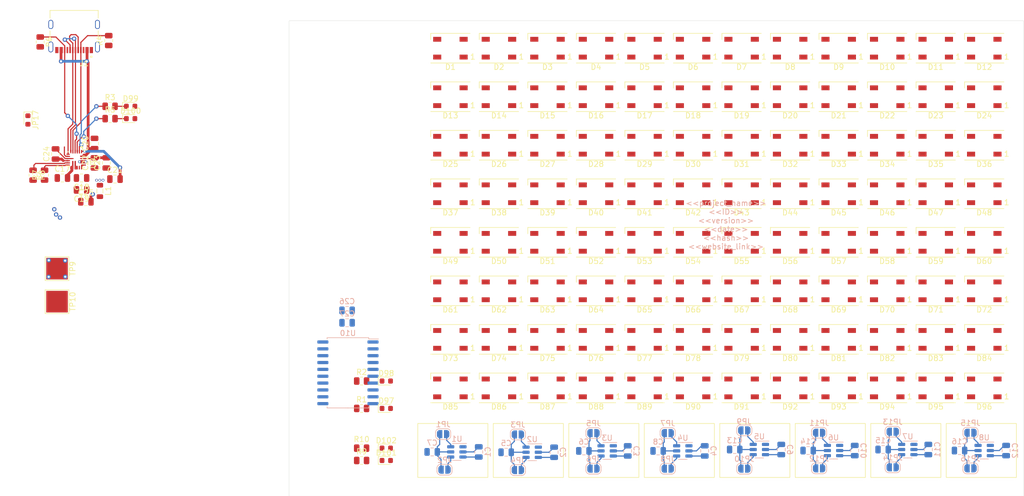
<source format=kicad_pcb>
(kicad_pcb (version 20211014) (generator pcbnew)
  (title_block (title "<<ID>>_<<project_name>>") (date "<<date>>") (rev "<<version>>") (comment 4 "<<hash>>"))
  (layers (0 "F.Cu" signal) (31 "B.Cu" signal) (34 "B.Paste" user) (35 "F.Paste" user) (36 "B.SilkS" user "B.Silkscreen") (37 "F.SilkS" user "F.Silkscreen") (38 "B.Mask" user) (39 "F.Mask" user) (44 "Edge.Cuts" user))
  (net 0 "")
  (net 1 "touch_point_3")
  (net 2 "GND")
  (net 3 "touch_point_4")
  (net 4 "touch_point_1")
  (net 5 "touch_point_2")
  (net 6 "VCC")
  (net 7 "touch_point_7")
  (net 8 "touch_point_8")
  (net 9 "touch_point_5")
  (net 10 "touch_point_6")
  (net 11 "+5V")
  (net 12 "in")
  (net 13 "VBUS")
  (net 14 "CC1")
  (net 15 "D+")
  (net 16 "D-")
  (net 18 "CC2")
  (net 21 "Net-(JP1-Pad1)")
  (net 22 "Net-(JP2-Pad1)")
  (net 23 "Net-(JP3-Pad1)")
  (net 24 "Net-(JP4-Pad1)")
  (net 25 "Net-(JP5-Pad1)")
  (net 26 "Net-(JP6-Pad1)")
  (net 27 "Net-(JP7-Pad1)")
  (net 28 "Net-(JP8-Pad1)")
  (net 29 "Net-(JP10-Pad1)")
  (net 30 "Net-(JP11-Pad1)")
  (net 31 "Net-(JP12-Pad1)")
  (net 32 "Net-(JP13-Pad1)")
  (net 33 "Net-(JP14-Pad1)")
  (net 34 "Net-(JP15-Pad1)")
  (net 35 "Net-(JP16-Pad1)")
  (net 36 "Net-(JP17-Pad1)")
  (net 37 "Net-(R5-Pad1)")
  (net 38 "Net-(D99-Pad1)")
  (net 39 "Net-(D100-Pad1)")
  (net 40 "Net-(D101-Pad1)")
  (net 41 "Net-(D102-Pad1)")
  (net 42 "touch_state_3")
  (net 43 "touch_state_4")
  (net 44 "touch_state_1")
  (net 45 "touch_state_2")
  (net 46 "touch_state_7")
  (net 47 "touch_state_8")
  (net 48 "touch_state_5")
  (net 49 "touch_state_6")
  (net 54 "UPDI")
  (net 57 "LX")
  (net 58 "BST")
  (net 59 "BYP")
  (net 60 "VDD")
  (net 61 "PVL")
  (net 62 "Net-(D1-Pad2)")
  (net 63 "Net-(D97-Pad1)")
  (net 64 "Net-(D98-Pad1)")
  (net 65 "Net-(JP9-Pad1)")
  (net 66 "Net-(R3-Pad1)")
  (net 67 "Net-(R7-Pad2)")
  (net 68 "Net-(R8-Pad1)")
  (net 69 "Net-(R9-Pad1)")
  (net 70 "Net-(R10-Pad1)")
  (net 71 "Net-(D2-Pad2)")
  (net 72 "Net-(D3-Pad2)")
  (net 73 "Net-(D4-Pad2)")
  (net 74 "Net-(D5-Pad2)")
  (net 75 "Net-(D6-Pad2)")
  (net 76 "Net-(D7-Pad2)")
  (net 77 "Net-(D8-Pad2)")
  (net 78 "Net-(D10-Pad4)")
  (net 79 "Net-(D10-Pad2)")
  (net 80 "Net-(D11-Pad2)")
  (net 81 "1out")
  (net 82 "Net-(D13-Pad2)")
  (net 83 "Net-(D14-Pad2)")
  (net 84 "Net-(D15-Pad2)")
  (net 85 "Net-(D16-Pad2)")
  (net 86 "Net-(D17-Pad2)")
  (net 87 "Net-(D18-Pad2)")
  (net 88 "Net-(D19-Pad2)")
  (net 89 "Net-(D20-Pad2)")
  (net 90 "Net-(D21-Pad2)")
  (net 91 "Net-(D22-Pad2)")
  (net 92 "Net-(D23-Pad2)")
  (net 93 "2out")
  (net 94 "Net-(D25-Pad2)")
  (net 95 "Net-(D26-Pad2)")
  (net 96 "Net-(D27-Pad2)")
  (net 97 "Net-(D28-Pad2)")
  (net 98 "Net-(D29-Pad2)")
  (net 99 "Net-(D30-Pad2)")
  (net 100 "Net-(D31-Pad2)")
  (net 101 "Net-(D32-Pad2)")
  (net 102 "Net-(D33-Pad2)")
  (net 103 "Net-(D34-Pad2)")
  (net 104 "Net-(D35-Pad2)")
  (net 105 "3out")
  (net 106 "Net-(D37-Pad2)")
  (net 107 "Net-(D38-Pad2)")
  (net 108 "Net-(D39-Pad2)")
  (net 109 "Net-(D40-Pad2)")
  (net 110 "Net-(D41-Pad2)")
  (net 111 "Net-(D42-Pad2)")
  (net 112 "Net-(D43-Pad2)")
  (net 113 "Net-(D44-Pad2)")
  (net 114 "Net-(D45-Pad2)")
  (net 115 "Net-(D46-Pad2)")
  (net 116 "Net-(D47-Pad2)")
  (net 117 "4out")
  (net 118 "Net-(D49-Pad2)")
  (net 119 "Net-(D50-Pad2)")
  (net 120 "Net-(D51-Pad2)")
  (net 121 "Net-(D52-Pad2)")
  (net 122 "Net-(D53-Pad2)")
  (net 123 "Net-(D54-Pad2)")
  (net 124 "Net-(D55-Pad2)")
  (net 125 "Net-(D56-Pad2)")
  (net 126 "Net-(D57-Pad2)")
  (net 127 "Net-(D58-Pad2)")
  (net 128 "Net-(D59-Pad2)")
  (net 129 "5out")
  (net 130 "Net-(D61-Pad2)")
  (net 131 "Net-(D62-Pad2)")
  (net 132 "Net-(D63-Pad2)")
  (net 133 "Net-(D64-Pad2)")
  (net 134 "Net-(D65-Pad2)")
  (net 135 "Net-(D66-Pad2)")
  (net 136 "Net-(D67-Pad2)")
  (net 137 "Net-(D68-Pad2)")
  (net 138 "Net-(D69-Pad2)")
  (net 139 "Net-(D70-Pad2)")
  (net 140 "Net-(D71-Pad2)")
  (net 141 "6out")
  (net 142 "Net-(D73-Pad2)")
  (net 143 "Net-(D74-Pad2)")
  (net 144 "Net-(D75-Pad2)")
  (net 145 "Net-(D76-Pad2)")
  (net 146 "Net-(D77-Pad2)")
  (net 147 "Net-(D78-Pad2)")
  (net 148 "Net-(D79-Pad2)")
  (net 149 "Net-(D80-Pad2)")
  (net 150 "Net-(D81-Pad2)")
  (net 151 "Net-(D82-Pad2)")
  (net 152 "Net-(D83-Pad2)")
  (net 153 "7out")
  (net 154 "Net-(D85-Pad2)")
  (net 155 "Net-(D86-Pad2)")
  (net 156 "Net-(D87-Pad2)")
  (net 157 "Net-(D88-Pad2)")
  (net 158 "Net-(D89-Pad2)")
  (net 159 "Net-(D90-Pad2)")
  (net 160 "Net-(D91-Pad2)")
  (net 161 "Net-(D92-Pad2)")
  (net 162 "Net-(D93-Pad2)")
  (net 163 "Net-(D94-Pad2)")
  (net 164 "Net-(D95-Pad2)")
  (net 166 "BAT")
  (footprint "LED_SMD:LED_WS2812B_PLCC4_5.0x5.0mm_P3.2mm" (layer "F.Cu") (at 184.4 66.4 180)
    (fp_text reference "D18")
    (fp_text value "WS2812B")
  )
  (footprint "LED_SMD:LED_WS2812B_PLCC4_5.0x5.0mm_P3.2mm" (layer "F.Cu") (at 175.4 111.4 180)
    (fp_text reference "D77")
    (fp_text value "WS2812B")
  )
  (footprint "LED_SMD:LED_WS2812B_PLCC4_5.0x5.0mm_P3.2mm" (layer "F.Cu") (at 157.4 120.4 180)
    (fp_text reference "D87")
    (fp_text value "WS2812B")
  )
  (footprint "LED_SMD:LED_WS2812B_PLCC4_5.0x5.0mm_P3.2mm" (layer "F.Cu") (at 202.4 120.4 180)
    (fp_text reference "D92")
    (fp_text value "WS2812B")
  )
  (footprint "Resistor_SMD:R_0805_2012Metric" (layer "F.Cu") (at 76.292 70.464)
    (fp_text reference "R5")
    (fp_text value "1k")
  )
  (footprint "LED_SMD:LED_WS2812B_PLCC4_5.0x5.0mm_P3.2mm" (layer "F.Cu") (at 139.4 57.4 180)
    (fp_text reference "D1")
    (fp_text value "WS2812B")
  )
  (footprint "LED_SMD:LED_WS2812B_PLCC4_5.0x5.0mm_P3.2mm" (layer "F.Cu") (at 166.4 120.4 180)
    (fp_text reference "D88")
    (fp_text value "WS2812B")
  )
  (footprint "LED_SMD:LED_WS2812B_PLCC4_5.0x5.0mm_P3.2mm" (layer "F.Cu") (at 238.4 111.4 180)
    (fp_text reference "D84")
    (fp_text value "WS2812B")
  )
  (footprint "LED_SMD:LED_WS2812B_PLCC4_5.0x5.0mm_P3.2mm" (layer "F.Cu") (at 193.4 111.4 180)
    (fp_text reference "D79")
    (fp_text value "WS2812B")
  )
  (footprint "LED_SMD:LED_WS2812B_PLCC4_5.0x5.0mm_P3.2mm" (layer "F.Cu") (at 238.4 84.4 180)
    (fp_text reference "D48")
    (fp_text value "WS2812B")
  )
  (footprint "LED_SMD:LED_WS2812B_PLCC4_5.0x5.0mm_P3.2mm" (layer "F.Cu") (at 211.4 120.4 180)
    (fp_text reference "D93")
    (fp_text value "WS2812B")
  )
  (footprint "Capacitor_SMD:C_0805_2012Metric" (layer "F.Cu") (at 67.45 81.472)
    (fp_text reference "C17")
    (fp_text value "10uF")
  )
  (footprint "LED_SMD:LED_WS2812B_PLCC4_5.0x5.0mm_P3.2mm" (layer "F.Cu") (at 139.4 66.4 180)
    (fp_text reference "D13")
    (fp_text value "WS2812B")
  )
  (footprint "LED_SMD:LED_WS2812B_PLCC4_5.0x5.0mm_P3.2mm" (layer "F.Cu") (at 202.4 75.4 180)
    (fp_text reference "D32")
    (fp_text value "WS2812B")
  )
  (footprint "LED_SMD:LED_WS2812B_PLCC4_5.0x5.0mm_P3.2mm" (layer "F.Cu") (at 166.4 57.4 180)
    (fp_text reference "D4")
    (fp_text value "WS2812B")
  )
  (footprint "LED_SMD:LED_WS2812B_PLCC4_5.0x5.0mm_P3.2mm" (layer "F.Cu") (at 157.4 102.4 180)
    (fp_text reference "D63")
    (fp_text value "WS2812B")
  )
  (footprint "Resistor_SMD:R_0805_2012Metric" (layer "F.Cu") (at 62.01 80.952 -90)
    (fp_text reference "R8")
    (fp_text value "13.3k")
  )
  (footprint "LED_SMD:LED_WS2812B_PLCC4_5.0x5.0mm_P3.2mm" (layer "F.Cu") (at 139.4 84.4 180)
    (fp_text reference "D37")
    (fp_text value "WS2812B")
  )
  (footprint "LED_SMD:LED_WS2812B_PLCC4_5.0x5.0mm_P3.2mm" (layer "F.Cu") (at 220.4 120.4 180)
    (fp_text reference "D94")
    (fp_text value "WS2812B")
  )
  (footprint "Resistor_SMD:R_0805_2012Metric" (layer "F.Cu") (at 122.936 124.206)
    (fp_text reference "R1")
    (fp_text value "1k")
  )
  (footprint "LED_SMD:LED_WS2812B_PLCC4_5.0x5.0mm_P3.2mm" (layer "F.Cu") (at 175.4 57.4 180)
    (fp_text reference "D5")
    (fp_text value "WS2812B")
  )
  (footprint "LED_SMD:LED_WS2812B_PLCC4_5.0x5.0mm_P3.2mm" (layer "F.Cu") (at 175.4 84.4 180)
    (fp_text reference "D41")
    (fp_text value "WS2812B")
  )
  (footprint "LED_SMD:LED_WS2812B_PLCC4_5.0x5.0mm_P3.2mm" (layer "F.Cu") (at 148.4 93.4 180)
    (fp_text reference "D50")
    (fp_text value "WS2812B")
  )
  (footprint "LED_SMD:LED_0603_1608Metric" (layer "F.Cu") (at 80.102 70.464)
    (fp_text reference "D100")
    (fp_text value "STAT")
  )
  (footprint "LED_SMD:LED_WS2812B_PLCC4_5.0x5.0mm_P3.2mm" (layer "F.Cu") (at 220.4 66.4 180)
    (fp_text reference "D22")
    (fp_text value "WS2812B")
  )
  (footprint "Capacitor_SMD:C_0805_2012Metric" (layer "F.Cu") (at 73.4 75.072 90)
    (fp_text reference "C20")
    (fp_text value "2.2uF")
  )
  (footprint "LED_SMD:LED_WS2812B_PLCC4_5.0x5.0mm_P3.2mm" (layer "F.Cu") (at 229.4 84.4 180)
    (fp_text reference "D47")
    (fp_text value "WS2812B")
  )
  (footprint "Capacitor_SMD:C_0805_2012Metric" (layer "F.Cu") (at 73.4 78.672 90)
    (fp_text reference "C22")
    (fp_text value "10uF")
  )
  (footprint "LED_SMD:LED_WS2812B_PLCC4_5.0x5.0mm_P3.2mm" (layer "F.Cu") (at 193.4 66.4 180)
    (fp_text reference "D19")
    (fp_text value "WS2812B")
  )
  (footprint "LED_SMD:LED_WS2812B_PLCC4_5.0x5.0mm_P3.2mm" (layer "F.Cu") (at 238.4 66.4 180)
    (fp_text reference "D24")
    (fp_text value "WS2812B")
  )
  (footprint "LED_SMD:LED_WS2812B_PLCC4_5.0x5.0mm_P3.2mm" (layer "F.Cu") (at 166.4 66.4 180)
    (fp_text reference "D16")
    (fp_text value "WS2812B")
  )
  (footprint "LED_SMD:LED_WS2812B_PLCC4_5.0x5.0mm_P3.2mm" (layer "F.Cu") (at 175.4 102.4 180)
    (fp_text reference "D65")
    (fp_text value "WS2812B")
  )
  (footprint "LED_SMD:LED_WS2812B_PLCC4_5.0x5.0mm_P3.2mm" (layer "F.Cu") (at 148.4 66.4 180)
    (fp_text reference "D14")
    (fp_text value "WS2812B")
  )
  (footprint "LED_SMD:LED_WS2812B_PLCC4_5.0x5.0mm_P3.2mm" (layer "F.Cu") (at 238.4 57.4 180)
    (fp_text reference "D12")
    (fp_text value "WS2812B")
  )
  (footprint "LED_SMD:LED_0603_1608Metric" (layer "F.Cu") (at 80.102 68.178)
    (fp_text reference "D99")
    (fp_text value "INOKB")
  )
  (footprint "LED_SMD:LED_WS2812B_PLCC4_5.0x5.0mm_P3.2mm" (layer "F.Cu") (at 193.4 84.4 180)
    (fp_text reference "D43")
    (fp_text value "WS2812B")
  )
  (footprint "LED_SMD:LED_WS2812B_PLCC4_5.0x5.0mm_P3.2mm" (layer "F.Cu") (at 202.4 84.4 180)
    (fp_text reference "D44")
    (fp_text value "WS2812B")
  )
  (footprint "Resistor_SMD:R_0805_2012Metric" (layer "F.Cu") (at 76.038 55.986 90)
    (fp_text reference "R4")
    (fp_text value "5.1k")
  )
  (footprint "Capacitor_SMD:C_0805_2012Metric" (layer "F.Cu") (at 66.18 77.022 90)
    (fp_text reference "C24")
    (fp_text value "2.2uF")
  )
  (footprint "LED_SMD:LED_WS2812B_PLCC4_5.0x5.0mm_P3.2mm" (layer "F.Cu") (at 157.4 75.4 180)
    (fp_text reference "D27")
    (fp_text value "WS2812B")
  )
  (footprint "LED_SMD:LED_WS2812B_PLCC4_5.0x5.0mm_P3.2mm" (layer "F.Cu") (at 175.4 75.4 180)
    (fp_text reference "D29")
    (fp_text value "WS2812B")
  )
  (footprint "LED_SMD:LED_WS2812B_PLCC4_5.0x5.0mm_P3.2mm" (layer "F.Cu") (at 148.4 111.4 180)
    (fp_text reference "D74")
    (fp_text value "WS2812B")
  )
  (footprint "Capacitor_SMD:C_0805_2012Metric" (layer "F.Cu") (at 71 83.672 180)
    (fp_text reference "C19")
    (fp_text value "10uF")
  )
  (footprint "LED_SMD:LED_WS2812B_PLCC4_5.0x5.0mm_P3.2mm" (layer "F.Cu") (at 139.4 93.4 180)
    (fp_text reference "D49")
    (fp_text value "WS2812B")
  )
  (footprint "LED_SMD:LED_WS2812B_PLCC4_5.0x5.0mm_P3.2mm" (layer "F.Cu") (at 166.4 93.4 180)
    (fp_text reference "D52")
    (fp_text value "WS2812B")
  )
  (footprint "LED_SMD:LED_WS2812B_PLCC4_5.0x5.0mm_P3.2mm" (layer "F.Cu") (at 211.4 75.4 180)
    (fp_text reference "D33")
    (fp_text value "WS2812B")
  )
  (footprint "LED_SMD:LED_0603_1608Metric" (layer "F.Cu") (at 61.052 70.718 -90)
    (fp_text reference "JP17")
    (fp_text value "ENBST")
  )
  (footprint "LED_SMD:LED_WS2812B_PLCC4_5.0x5.0mm_P3.2mm" (layer "F.Cu") (at 211.4 93.4 180)
    (fp_text reference "D57")
    (fp_text value "WS2812B")
  )
  (footprint "LED_SMD:LED_WS2812B_PLCC4_5.0x5.0mm_P3.2mm" (layer "F.Cu") (at 166.4 102.4 180)
    (fp_text reference "D64")
    (fp_text value "WS2812B")
  )
  (footprint "LED_SMD:LED_WS2812B_PLCC4_5.0x5.0mm_P3.2mm" (layer "F.Cu") (at 184.4 84.4 180)
    (fp_text reference "D42")
    (fp_text value "WS2812B")
  )
  (footprint "LED_SMD:LED_WS2812B_PLCC4_5.0x5.0mm_P3.2mm" (layer "F.Cu") (at 238.4 120.4 180)
    (fp_text reference "D96")
    (fp_text value "WS2812B")
  )
  (footprint "Capacitor_SMD:C_0805_2012Metric" (layer "F.Cu") (at 71.8 85.872)
    (fp_text reference "C25")
    (fp_text value "2.2uF")
  )
  (footprint "LED_SMD:LED_WS2812B_PLCC4_5.0x5.0mm_P3.2mm" (layer "F.Cu") (at 220.4 93.4 180)
    (fp_text reference "D58")
    (fp_text value "WS2812B")
  )
  (footprint "LED_SMD:LED_WS2812B_PLCC4_5.0x5.0mm_P3.2mm" (layer "F.Cu") (at 139.4 111.4 180)
    (fp_text reference "D73")
    (fp_text value "WS2812B")
  )
  (footprint "Capacitor_SMD:C_0805_2012Metric" (layer "F.Cu") (at 75.6 78.672 90)
    (fp_text reference "C23")
    (fp_text value "22uF")
  )
  (footprint "LED_SMD:LED_0603_1608Metric" (layer "F.Cu") (at 127.508 124.206)
    (fp_text reference "D97")
    (fp_text value "5V")
  )
  (footprint "TestPoint:TestPoint_Pad_4.0x4.0mm" (layer "F.Cu") (at 66.45 98.282 -90)
    (fp_text reference "TP9")
    (fp_text value "BAT+")
  )
  (footprint "LED_SMD:LED_WS2812B_PLCC4_5.0x5.0mm_P3.2mm" (layer "F.Cu") (at 166.4 75.4 180)
    (fp_text reference "D28")
    (fp_text value "WS2812B")
  )
  (footprint "LED_SMD:LED_WS2812B_PLCC4_5.0x5.0mm_P3.2mm" (layer "F.Cu") (at 202.4 102.4 180)
    (fp_text reference "D68")
    (fp_text value "WS2812B")
  )
  (footprint "LED_SMD:LED_WS2812B_PLCC4_5.0x5.0mm_P3.2mm" (layer "F.Cu") (at 148.4 120.4 180)
    (fp_text reference "D86")
    (fp_text value "WS2812B")
  )
  (footprint "LED_SMD:LED_WS2812B_PLCC4_5.0x5.0mm_P3.2mm" (layer "F.Cu") (at 184.4 111.4 180)
    (fp_text reference "D78")
    (fp_text value "WS2812B")
  )
  (footprint "LED_SMD:LED_WS2812B_PLCC4_5.0x5.0mm_P3.2mm" (layer "F.Cu") (at 184.4 57.4 180)
    (fp_text reference "D6")
    (fp_text value "WS2812B")
  )
  (footprint "Resistor_SMD:R_0805_2012Metric" (layer "F.Cu") (at 64.14 80.942 90)
    (fp_text reference "R7")
    (fp_text value "2.4k")
  )
  (footprint "LED_SMD:LED_WS2812B_PLCC4_5.0x5.0mm_P3.2mm" (layer "F.Cu") (at 139.4 102.4 180)
    (fp_text reference "D61")
    (fp_text value "WS2812B")
  )
  (footprint "LED_SMD:LED_WS2812B_PLCC4_5.0x5.0mm_P3.2mm" (layer "F.Cu") (at 229.4 93.4 180)
    (fp_text reference "D59")
    (fp_text value "WS2812B")
  )
  (footprint "LED_SMD:LED_WS2812B_PLCC4_5.0x5.0mm_P3.2mm" (layer "F.Cu") (at 211.4 102.4 180)
    (fp_text reference "D69")
    (fp_text value "WS2812B")
  )
  (footprint "LED_SMD:LED_WS2812B_PLCC4_5.0x5.0mm_P3.2mm" (layer "F.Cu") (at 148.4 75.4 180)
    (fp_text reference "D26")
    (fp_text value "WS2812B")
  )
  (footprint "LED_SMD:LED_WS2812B_PLCC4_5.0x5.0mm_P3.2mm" (layer "F.Cu") (at 238.4 102.4 180)
    (fp_text reference "D72")
    (fp_text value "WS2812B")
  )
  (footprint "LED_SMD:LED_WS2812B_PLCC4_5.0x5.0mm_P3.2mm" (layer "F.Cu") (at 193.4 120.4 180)
    (fp_text reference "D91")
    (fp_text value "WS2812B")
  )
  (footprint "LED_SMD:LED_0603_1608Metric" (layer "F.Cu") (at 127.508 133.858)
    (fp_text reference "D101")
    (fp_text value "Red")
  )
  (footprint "Snapeda:TYPE-C-31-M-12_HRO_TYPE-C-31-M-12" (layer "F.Cu") (at 69.62 52.9995 180)
    (fp_text reference "J1")
    (fp_text value "TYPE-C-31-M-12")
  )
  (footprint "Resistor_SMD:R_0805_2012Metric" (layer "F.Cu") (at 122.936 119.126)
    (fp_text reference "R2")
    (fp_text value "1k")
  )
  (footprint "Capacitor_SMD:C_0805_2012Metric" (layer "F.Cu") (at 77.2 81.672)
    (fp_text reference "C21")
    (fp_text value "0.1uF")
  )
  (footprint "LED_SMD:LED_WS2812B_PLCC4_5.0x5.0mm_P3.2mm" (layer "F.Cu") (at 157.4 111.4 180)
    (fp_text reference "D75")
    (fp_text value "WS2812B")
  )
  (footprint "LED_SMD:LED_WS2812B_PLCC4_5.0x5.0mm_P3.2mm" (layer "F.Cu") (at 211.4 111.4 180)
    (fp_text reference "D81")
    (fp_text value "WS2812B")
  )
  (footprint "LED_SMD:LED_WS2812B_PLCC4_5.0x5.0mm_P3.2mm" (layer "F.Cu") (at 220.4 75.4 180)
    (fp_text reference "D34")
    (fp_text value "WS2812B")
  )
  (footprint "LED_SMD:LED_WS2812B_PLCC4_5.0x5.0mm_P3.2mm" (layer "F.Cu") (at 229.4 102.4 180)
    (fp_text reference "D71")
    (fp_text value "WS2812B")
  )
  (footprint "LED_SMD:LED_WS2812B_PLCC4_5.0x5.0mm_P3.2mm" (layer "F.Cu") (at 229.4 57.4 180)
    (fp_text reference "D11")
    (fp_text value "WS2812B")
  )
  (footprint "Resistor_SMD:R_0805_2012Metric" (layer "F.Cu") (at 76.292 68.178)
    (fp_text reference "R3")
    (fp_text value "1k")
  )
  (footprint "LED_SMD:LED_WS2812B_PLCC4_5.0x5.0mm_P3.2mm" (layer "F.Cu") (at 229.4 75.4 180)
    (fp_text reference "D35")
    (fp_text value "WS2812B")
  )
  (footprint "TestPoint:TestPoint_Pad_4.0x4.0mm" (layer "F.Cu") (at 66.45 104.402 -90)
    (fp_text reference "TP10")
    (fp_text value "BAT-")
  )
  (footprint "LED_SMD:LED_WS2812B_PLCC4_5.0x5.0mm_P3.2mm" (layer "F.Cu") (at 220.4 102.4 180)
    (fp_text reference "D70")
    (fp_text value "WS2812B")
  )
  (footprint "LED_SMD:LED_WS2812B_PLCC4_5.0x5.0mm_P3.2mm" (layer "F.Cu") (at 175.4 66.4 180)
    (fp_text reference "D17")
    (fp_text value "WS2812B")
  )
  (footprint "LED_SMD:LED_WS2812B_PLCC4_5.0x5.0mm_P3.2mm" (layer "F.Cu") (at 157.4 84.4 180)
    (fp_text reference "D39")
    (fp_text value "WS2812B")
  )
  (footprint "LED_SMD:LED_WS2812B_PLCC4_5.0x5.0mm_P3.2mm" (layer "F.Cu") (at 175.4 93.4 180)
    (fp_text reference "D53")
    (fp_text value "WS2812B")
  )
  (footprint "LED_SMD:LED_WS2812B_PLCC4_5.0x5.0mm_P3.2mm" (layer "F.Cu") (at 229.4 111.4 180)
    (fp_text reference "D83")
    (fp_text value "WS2812B")
  )
  (footprint "LED_SMD:LED_WS2812B_PLCC4_5.0x5.0mm_P3.2mm" (layer "F.Cu") (at 220.4 57.4 180)
    (fp_text reference "D10")
    (fp_text value "WS2812B")
  )
  (footprint "LED_SMD:LED_WS2812B_PLCC4_5.0x5.0mm_P3.2mm" (layer "F.Cu") (at 193.4 102.4 180)
    (fp_text reference "D67")
    (fp_text value "WS2812B")
  )
  (footprint "Resistor_SMD:R_0805_2012Metric" (layer "F.Cu") (at 63.338 56.24 -90)
    (fp_text reference "R6")
    (fp_text value "5.1k")
  )
  (footprint "LED_SMD:LED_WS2812B_PLCC4_5.0x5.0mm_P3.2mm" (layer "F.Cu") (at 202.4 111.4 180)
    (fp_text reference "D80")
    (fp_text value "WS2812B")
  )
  (footprint "LED_SMD:LED_WS2812B_PLCC4_5.0x5.0mm_P3.2mm" (layer "F.Cu") (at 184.4 93.4 180)
    (fp_text reference "D54")
    (fp_text value "WS2812B")
  )
  (footprint "LED_SMD:LED_WS2812B_PLCC4_5.0x5.0mm_P3.2mm" (layer "F.Cu") (at 166.4 111.4 180)
    (fp_text reference "D76")
    (fp_text value "WS2812B")
  )
  (footprint "LED_SMD:LED_WS2812B_PLCC4_5.0x5.0mm_P3.2mm" (layer "F.Cu") (at 148.4 84.4 180)
    (fp_text reference "D38")
    (fp_text value "WS2812B")
  )
  (footprint "Inductor_SMD:L_0805_2012Metric" (layer "F.Cu") (at 74.4 83.872 -90)
    (fp_text reference "L1")
    (fp_text value "0.47uH")
  )
  (footprint "LED_SMD:LED_WS2812B_PLCC4_5.0x5.0mm_P3.2mm" (layer "F.Cu") (at 148.4 102.4 180)
    (fp_text reference "D62")
    (fp_text value "WS2812B")
  )
  (footprint "Resistor_SMD:R_0805_2012Metric" (layer "F.Cu") (at 122.936 133.858)
    (fp_text reference "R9")
    (fp_text value "1k")
  )
  (footprint "LED_SMD:LED_WS2812B_PLCC4_5.0x5.0mm_P3.2mm" (layer "F.Cu") (at 202.4 66.4 180)
    (fp_text reference "D20")
    (fp_text value "WS2812B")
  )
  (footprint "LED_SMD:LED_WS2812B_PLCC4_5.0x5.0mm_P3.2mm" (layer "F.Cu") (at 139.4 120.4 180)
    (fp_text reference "D85")
    (fp_text value "WS2812B")
  )
  (footprint "LED_SMD:LED_WS2812B_PLCC4_5.0x5.0mm_P3.2mm" (layer "F.Cu") (at 157.4 66.4 180)
    (fp_text reference "D15")
    (fp_text value "WS2812B")
  )
  (footprint "LED_SMD:LED_WS2812B_PLCC4_5.0x5.0mm_P3.2mm" (layer "F.Cu") (at 211.4 57.4 180)
    (fp_text reference "D9")
    (fp_text value "WS2812B")
  )
  (footprint "LED_SMD:LED_WS2812B_PLCC4_5.0x5.0mm_P3.2mm" (layer "F.Cu") (at 184.4 120.4 180)
    (fp_text reference "D90")
    (fp_text value "WS2812B")
  )
  (footprint "Snapeda:IC_MAX77751CEFG_T" (layer "F.Cu") (at 70 78.072 -90)
    (fp_text reference "U9")
    (fp_text value "MAX77751CEFG_T")
  )
  (footprint "Resistor_SMD:R_0805_2012Metric" (layer "F.Cu") (at 122.936 131.572)
    (fp_text reference "R10")
    (fp_text value "1k")
  )
  (footprint "LED_SMD:LED_WS2812B_PLCC4_5.0x5.0mm_P3.2mm" (layer "F.Cu") (at 211.4 84.4 180)
    (fp_text reference "D45")
    (fp_text value "WS2812B")
  )
  (footprint "LED_SMD:LED_WS2812B_PLCC4_5.0x5.0mm_P3.2mm" (layer "F.Cu") (at 148.4 57.4 180)
    (fp_text reference "D2")
    (fp_text value "WS2812B")
  )
  (footprint "LED_SMD:LED_WS2812B_PLCC4_5.0x5.0mm_P3.2mm" (layer "F.Cu") (at 184.4 75.4 180)
    (fp_text reference "D30")
    (fp_text value "WS2812B")
  )
  (footprint "LED_SMD:LED_WS2812B_PLCC4_5.0x5.0mm_P3.2mm" (layer "F.Cu") (at 238.4 93.4 180)
    (fp_text reference "D60")
    (fp_text value "WS2812B")
  )
  (footprint "LED_SMD:LED_WS2812B_PLCC4_5.0x5.0mm_P3.2mm" (layer "F.Cu") (at 184.4 102.4 180)
    (fp_text reference "D66")
    (fp_text value "WS2812B")
  )
  (footprint "LED_SMD:LED_WS2812B_PLCC4_5.0x5.0mm_P3.2mm" (layer "F.Cu") (at 229.4 120.4 180)
    (fp_text reference "D95")
    (fp_text value "WS2812B")
  )
  (footprint "LED_SMD:LED_WS2812B_PLCC4_5.0x5.0mm_P3.2mm" (layer "F.Cu") (at 166.4 84.4 180)
    (fp_text reference "D40")
    (fp_text value "WS2812B")
  )
  (footprint "LED_SMD:LED_WS2812B_PLCC4_5.0x5.0mm_P3.2mm" (layer "F.Cu") (at 211.4 66.4 180)
    (fp_text reference "D21")
    (fp_text value "WS2812B")
  )
  (footprint "LED_SMD:LED_WS2812B_PLCC4_5.0x5.0mm_P3.2mm" (layer "F.Cu") (at 220.4 84.4 180)
    (fp_text reference "D46")
    (fp_text value "WS2812B")
  )
  (footprint "LED_SMD:LED_WS2812B_PLCC4_5.0x5.0mm_P3.2mm" (layer "F.Cu") (at 229.4 66.4 180)
    (fp_text reference "D23")
    (fp_text value "WS2812B")
  )
  (footprint "LED_SMD:LED_WS2812B_PLCC4_5.0x5.0mm_P3.2mm" (layer "F.Cu") (at 193.4 93.4 180)
    (fp_text reference "D55")
    (fp_text value "WS2812B")
  )
  (footprint "LED_SMD:LED_WS2812B_PLCC4_5.0x5.0mm_P3.2mm" (layer "F.Cu") (at 220.4 111.4 180)
    (fp_text reference "D82")
    (fp_text value "WS2812B")
  )
  (footprint "Capacitor_SMD:C_0805_2012Metric" (layer "F.Cu") (at 71 81.472 180)
    (fp_text reference "C18")
    (fp_text value "10uF")
  )
  (footprint "LED_SMD:LED_0603_1608Metric" (layer "F.Cu") (at 127.508 131.572)
    (fp_text reference "D102")
    (fp_text value "Green")
  )
  (footprint "LED_SMD:LED_WS2812B_PLCC4_5.0x5.0mm_P3.2mm" (layer "F.Cu") (at 193.4 57.4 180)
    (fp_text reference "D7")
    (fp_text value "WS2812B")
  )
  (footprint "LED_SMD:LED_WS2812B_PLCC4_5.0x5.0mm_P3.2mm" (layer "F.Cu") (at 157.4 93.4 180)
    (fp_text reference "D51")
    (fp_text value "WS2812B")
  )
  (footprint "LED_SMD:LED_WS2812B_PLCC4_5.0x5.0mm_P3.2mm" (layer "F.Cu") (at 193.4 75.4 180)
    (fp_text reference "D31")
    (fp_text value "WS2812B")
  )
  (footprint "LED_SMD:LED_0603_1608Metric" (layer "F.Cu") (at 127.508 119.126)
    (fp_text reference "D98")
    (fp_text value "VBUS")
  )
  (footprint "LED_SMD:LED_WS2812B_PLCC4_5.0x5.0mm_P3.2mm" (layer "F.Cu") (at 157.4 57.4 180)
    (fp_text reference "D3")
    (fp_text value "WS2812B")
  )
  (footprint "LED_SMD:LED_WS2812B_PLCC4_5.0x5.0mm_P3.2mm" (layer "F.Cu") (at 202.4 93.4 180)
    (fp_text reference "D56")
    (fp_text value "WS2812B")
  )
  (footprint "LED_SMD:LED_WS2812B_PLCC4_5.0x5.0mm_P3.2mm" (layer "F.Cu") (at 202.4 57.4 180)
    (fp_text reference "D8")
    (fp_text value "WS2812B")
  )
  (footprint "LED_SMD:LED_WS2812B_PLCC4_5.0x5.0mm_P3.2mm" (layer "F.Cu") (at 238.4 75.4 180)
    (fp_text reference "D36")
    (fp_text value "WS2812B")
  )
  (footprint "LED_SMD:LED_WS2812B_PLCC4_5.0x5.0mm_P3.2mm" (layer "F.Cu") (at 139.4 75.4 180)
    (fp_text reference "D25")
    (fp_text value "WS2812B")
  )
  (footprint "LED_SMD:LED_WS2812B_PLCC4_5.0x5.0mm_P3.2mm" (layer "F.Cu") (at 175.4 120.4 180)
    (fp_text reference "D89")
    (fp_text value "WS2812B")
  )
  (footprint "Jumper:SolderJumper-2_P1.3mm_Open_RoundedPad1.0x1.5mm" (layer "B.Cu") (at 151.9125 135.636 180)
    (fp_text reference "JP4")
    (fp_text value "AHLB")
  )
  (footprint "Package_TO_SOT_SMD:SOT-23-6" (layer "B.Cu") (at 168.46825 132.08 180)
    (fp_text reference "U3")
    (fp_text value "TTP223")
  )
  (footprint "Capacitor_SMD:C_0805_2012Metric" (layer "B.Cu") (at 200.75375 131.826 90)
    (fp_text reference "C9")
    (fp_text value "0-50pF")
  )
  (footprint "Capacitor_SMD:C_0805_2012Metric" (layer "B.Cu") (at 192.11775 131.826 180)
    (fp_text reference "C13")
    (fp_text value "100nF")
  )
  (footprint "Capacitor_SMD:C_0805_2012Metric" (layer "B.Cu") (at 120.24 108.316 180)
    (fp_text reference "C27")
    (fp_text value "10uF")
  )
  (footprint "Jumper:SolderJumper-2_P1.3mm_Open_RoundedPad1.0x1.5mm" (layer "B.Cu") (at 165.92825 128.778 180)
    (fp_text reference "JP5")
    (fp_text value "TOG")
  )
  (footprint "Capacitor_SMD:C_0805_2012Metric" (layer "B.Cu") (at 214.376 132.014 90)
    (fp_text reference "C10")
    (fp_text value "0-50pF")
  )
  (footprint "Capacitor_SMD:C_0805_2012Metric" (layer "B.Cu") (at 120.24 106.03 180)
    (fp_text reference "C26")
    (fp_text value "0.1uF")
  )
  (footprint "Package_TO_SOT_SMD:SOT-23-6" (layer "B.Cu") (at 154.5645 132.334 180)
    (fp_text reference "U2")
    (fp_text value "TTP223")
  )
  (footprint "Package_TO_SOT_SMD:SOT-23-6" (layer "B.Cu") (at 140.5945 132.268 180)
    (fp_text reference "U1")
    (fp_text value "TTP223")
  )
  (footprint "Capacitor_SMD:C_0805_2012Metric" (layer "B.Cu") (at 136.0225 132.268 180)
    (fp_text reference "C7")
    (fp_text value "100nF")
  )
  (footprint "Capacitor_SMD:C_0805_2012Metric" (layer "B.Cu") (at 144.6585 132.268 90)
    (fp_text reference "C1")
    (fp_text value "0-50pF")
  )
  (footprint "Jumper:SolderJumper-2_P1.3mm_Open_RoundedPad1.0x1.5mm" (layer "B.Cu") (at 235.8445 128.712 180)
    (fp_text reference "JP15")
    (fp_text value "TOG")
  )
  (footprint "Capacitor_SMD:C_0805_2012Metric" (layer "B.Cu") (at 177.9215 132.08 180)
    (fp_text reference "C8")
    (fp_text value "100nF")
  )
  (footprint "Package_TO_SOT_SMD:SOT-23-6" (layer "B.Cu") (at 224.216 131.826 180)
    (fp_text reference "U7")
    (fp_text value "TTP223")
  )
  (footprint "Jumper:SolderJumper-2_P1.3mm_Open_RoundedPad1.0x1.5mm" (layer "B.Cu") (at 193.89575 128.27 180)
    (fp_text reference "JP9")
    (fp_text value "TOG")
  )
  (footprint "Jumper:SolderJumper-2_P1.3mm_Open_RoundedPad1.0x1.5mm" (layer "B.Cu") (at 207.772 128.712 180)
    (fp_text reference "JP11")
    (fp_text value "TOG")
  )
  (footprint "Capacitor_SMD:C_0805_2012Metric" (layer "B.Cu") (at 164.15025 132.08 180)
    (fp_text reference "C6")
    (fp_text value "100nF")
  )
  (footprint "Package_TO_SOT_SMD:SOT-23-6" (layer "B.Cu") (at 182.4935 132.08 180)
    (fp_text reference "U4")
    (fp_text value "TTP223")
  )
  (footprint "Jumper:SolderJumper-2_P1.3mm_Open_RoundedPad1.0x1.5mm" (layer "B.Cu") (at 207.772 135.316 180)
    (fp_text reference "JP12")
    (fp_text value "AHLB")
  )
  (footprint "Capacitor_SMD:C_0805_2012Metric" (layer "B.Cu") (at 233.8125 132.014 180)
    (fp_text reference "C16")
    (fp_text value "100nF")
  )
  (footprint "Jumper:SolderJumper-2_P1.3mm_Open_RoundedPad1.0x1.5mm" (layer "B.Cu") (at 193.89575 135.382 180)
    (fp_text reference "JP10")
    (fp_text value "AHLB")
  )
  (footprint "Capacitor_SMD:C_0805_2012Metric" (layer "B.Cu") (at 172.27825 132.08 90)
    (fp_text reference "C3")
    (fp_text value "0-50pF")
  )
  (footprint "Jumper:SolderJumper-2_P1.3mm_Open_RoundedPad1.0x1.5mm" (layer "B.Cu") (at 151.9125 129.032 180)
    (fp_text reference "JP3")
    (fp_text value "TOG")
  )
  (footprint "Package_SO:SOIC-20W_7.5x12.8mm_P1.27mm" (layer "B.Cu") (at 120.396 117.602 180)
    (fp_text reference "U10")
    (fp_text value "ATtiny1616-S")
  )
  (footprint "Capacitor_SMD:C_0805_2012Metric" (layer "B.Cu") (at 219.644 131.826 180)
    (fp_text reference "C15")
    (fp_text value "100nF")
  )
  (footprint "Jumper:SolderJumper-2_P1.3mm_Open_RoundedPad1.0x1.5mm" (layer "B.Cu") (at 235.8445 135.316 180)
    (fp_text reference "JP16")
    (fp_text value "AHLB")
  )
  (footprint "Jumper:SolderJumper-2_P1.3mm_Open_RoundedPad1.0x1.5mm" (layer "B.Cu") (at 165.92825 135.382 180)
    (fp_text reference "JP6")
    (fp_text value "AHLB")
  )
  (footprint "Jumper:SolderJumper-2_P1.3mm_Open_RoundedPad1.0x1.5mm" (layer "B.Cu") (at 138.0545 128.966 180)
    (fp_text reference "JP1")
    (fp_text value "TOG")
  )
  (footprint "Jumper:SolderJumper-2_P1.3mm_Open_RoundedPad1.0x1.5mm" (layer "B.Cu") (at 221.422 128.524 180)
    (fp_text reference "JP13")
    (fp_text value "TOG")
  )
  (footprint "Package_TO_SOT_SMD:SOT-23-6" (layer "B.Cu") (at 238.3845 132.014 180)
    (fp_text reference "U8")
    (fp_text value "TTP223")
  )
  (footprint "Capacitor_SMD:C_0805_2012Metric" (layer "B.Cu") (at 242.4485 132.014 90)
    (fp_text reference "C12")
    (fp_text value "0-50pF")
  )
  (footprint "Package_TO_SOT_SMD:SOT-23-6" (layer "B.Cu") (at 210.4445 132.014 180)
    (fp_text reference "U6")
    (fp_text value "TTP223")
  )
  (footprint "Package_TO_SOT_SMD:SOT-23-6" (layer "B.Cu") (at 196.68975 131.826 180)
    (fp_text reference "U5")
    (fp_text value "TTP223")
  )
  (footprint "Jumper:SolderJumper-2_P1.3mm_Open_RoundedPad1.0x1.5mm" (layer "B.Cu") (at 179.6995 128.778 180)
    (fp_text reference "JP7")
    (fp_text value "TOG")
  )
  (footprint "Capacitor_SMD:C_0805_2012Metric" (layer "B.Cu") (at 149.7385 132.334 180)
    (fp_text reference "C5")
    (fp_text value "100nF")
  )
  (footprint "Jumper:SolderJumper-2_P1.3mm_Open_RoundedPad1.0x1.5mm" (layer "B.Cu") (at 179.6995 135.382 180)
    (fp_text reference "JP8")
    (fp_text value "AHLB")
  )
  (footprint "Capacitor_SMD:C_0805_2012Metric" (layer "B.Cu") (at 186.5575 132.08 90)
    (fp_text reference "C4")
    (fp_text value "0-50pF")
  )
  (footprint "Capacitor_SMD:C_0805_2012Metric" (layer "B.Cu") (at 158.6285 132.334 90)
    (fp_text reference "C2")
    (fp_text value "0-50pF")
  )
  (footprint "Jumper:SolderJumper-2_P1.3mm_Open_RoundedPad1.0x1.5mm" (layer "B.Cu") (at 138.3085 135.57 180)
    (fp_text reference "JP2")
    (fp_text value "AHLB")
  )
  (footprint "Capacitor_SMD:C_0805_2012Metric" (layer "B.Cu") (at 228.026 131.826 90)
    (fp_text reference "C11")
    (fp_text value "0-50pF")
  )
  (footprint "Jumper:SolderJumper-2_P1.3mm_Open_RoundedPad1.0x1.5mm" (layer "B.Cu") (at 221.422 135.128 180)
    (fp_text reference "JP14")
    (fp_text value "AHLB")
  )
  (footprint "Capacitor_SMD:C_0805_2012Metric" (layer "B.Cu") (at 205.74 132.014 180)
    (fp_text reference "C14")
    (fp_text value "100nF")
  )
  (gr_rect (start 217.348 127) (end 230.348 137) (layer "F.SilkS") (width 0.12) (fill none))
  (gr_rect (start 133.348 127) (end 146.348 137) (layer "F.SilkS") (width 0.12) (fill none))
  (gr_rect (start 175.348 127) (end 188.348 137) (layer "F.SilkS") (width 0.12) (fill none))
  (gr_rect (start 203.348 127) (end 216.348 137) (layer "F.SilkS") (width 0.12) (fill none))
  (gr_rect (start 231.348 127) (end 244.348 137) (layer "F.SilkS") (width 0.12) (fill none))
  (gr_rect (start 161.348 127) (end 174.348 137) (layer "F.SilkS") (width 0.12) (fill none))
  (gr_rect (start 189.348 127) (end 202.348 137) (layer "F.SilkS") (width 0.12) (fill none))
  (gr_rect (start 147.348 127) (end 160.348 137) (layer "F.SilkS") (width 0.12) (fill none))
  (gr_rect (start 109.474 52.338) (end 245.688 140.462) (layer "Edge.Cuts") (width 0.05) (fill none))
  (gr_text "<<project_name>>\n<<ID>>\n<<version>>\n<<date>>\n<<hash>>\n<<website_link>>" (at 190.5 90.17) (layer "B.SilkS") (effects (font (size 1 1))))
  (segment (start 169.60575 133.03) (end 172.27825 133.03) (width 0.21) (layer "B.Cu") (net 1))
  (segment (start 68.5 77.872) (end 67.962462 77.872) (width 0.21) (layer "F.Cu") (net 2))
  (segment (start 66.18 76.089538) (end 66.18 76.072) (width 0.21) (layer "F.Cu") (net 2))
  (segment (start 67.962462 77.872) (end 66.18 76.089538) (width 0.21) (layer "F.Cu") (net 2))
  (segment (start 73.08 84.492) (end 72.75 84.822) (width 0.5) (layer "F.Cu") (net 2))
  (segment (start 72.75 84.822) (end 72.75 85.872) (width 0.5) (layer "F.Cu") (net 2))
  (via (at 73.08 84.492) (size 0.8) (drill 0.4) (layers "F.Cu" "B.Cu") (net 2))
  (segment (start 143.7085 132.268) (end 144.6585 131.318) (width 0.21) (layer "B.Cu") (net 2))
  (segment (start 185.0335 132.08) (end 185.9835 131.13) (width 0.21) (layer "B.Cu") (net 2))
  (segment (start 197.82725 131.826) (end 199.80375 131.826) (width 0.21) (layer "B.Cu") (net 2))
  (segment (start 183.631 132.08) (end 185.0335 132.08) (width 0.21) (layer "B.Cu") (net 2))
  (segment (start 141.732 132.268) (end 143.7085 132.268) (width 0.21) (layer "B.Cu") (net 2))
  (segment (start 171.32825 132.08) (end 172.27825 131.13) (width 0.21) (layer "B.Cu") (net 2))
  (segment (start 242.1285 131.064) (end 242.4485 131.064) (width 0.21) (layer "B.Cu") (net 2))
  (segment (start 155.702 132.334) (end 157.6785 132.334) (width 0.21) (layer "B.Cu") (net 2))
  (segment (start 157.6785 132.334) (end 158.6285 131.384) (width 0.21) (layer "B.Cu") (net 2))
  (segment (start 227.076 131.826) (end 228.026 130.876) (width 0.21) (layer "B.Cu") (net 2))
  (segment (start 241.1785 132.014) (end 242.1285 131.064) (width 0.21) (layer "B.Cu") (net 2))
  (segment (start 211.582 132.014) (end 213.426 132.014) (width 0.21) (layer "B.Cu") (net 2))
  (segment (start 225.3535 131.826) (end 227.076 131.826) (width 0.21) (layer "B.Cu") (net 2))
  (segment (start 169.60575 132.08) (end 171.32825 132.08) (width 0.21) (layer "B.Cu") (net 2))
  (segment (start 213.426 132.014) (end 214.376 131.064) (width 0.21) (layer "B.Cu") (net 2))
  (segment (start 199.80375 131.826) (end 200.75375 130.876) (width 0.21) (layer "B.Cu") (net 2))
  (segment (start 239.522 132.014) (end 241.1785 132.014) (width 0.21) (layer "B.Cu") (net 2))
  (segment (start 185.9835 131.13) (end 186.5575 131.13) (width 0.21) (layer "B.Cu") (net 2))
  (segment (start 183.631 133.03) (end 186.5575 133.03) (width 0.21) (layer "B.Cu") (net 3))
  (segment (start 141.732 133.218) (end 144.6585 133.218) (width 0.21) (layer "B.Cu") (net 4))
  (segment (start 155.702 133.284) (end 158.6285 133.284) (width 0.21) (layer "B.Cu") (net 5))
  (segment (start 220.594 130.114) (end 220.594 131.826) (width 0.21) (layer "B.Cu") (net 6))
  (segment (start 150.6885 130.876) (end 150.6885 132.334) (width 0.21) (layer "B.Cu") (net 6))
  (segment (start 193.24575 133.97) (end 193.06775 133.792) (width 0.21) (layer "B.Cu") (net 6))
  (segment (start 235.1945 130.378) (end 234.7625 130.81) (width 0.21) (layer "B.Cu") (net 6))
  (segment (start 165.10025 134.046) (end 165.10025 132.08) (width 0.21) (layer "B.Cu") (net 6))
  (segment (start 235.1945 133.904) (end 234.7625 133.472) (width 0.21) (layer "B.Cu") (net 6))
  (segment (start 137.6585 133.65) (end 137.6585 135.57) (width 0.21) (layer "B.Cu") (net 6))
  (segment (start 179.0495 133.97) (end 178.8715 133.792) (width 0.21) (layer "B.Cu") (net 6))
  (segment (start 235.1945 128.712) (end 235.1945 130.378) (width 0.21) (layer "B.Cu") (net 6))
  (segment (start 235.1945 135.316) (end 235.1945 133.904) (width 0.21) (layer "B.Cu") (net 6))
  (segment (start 165.27825 130.19) (end 165.10025 130.368) (width 0.21) (layer "B.Cu") (net 6))
  (segment (start 136.9725 132.268) (end 136.9725 132.964) (width 0.21) (layer "B.Cu") (net 6))
  (segment (start 178.8715 130.622) (end 179.0495 130.444) (width 0.21) (layer "B.Cu") (net 6))
  (segment (start 234.7625 130.81) (end 234.7625 132.014) (width 0.21) (layer "B.Cu") (net 6))
  (segment (start 165.27825 128.778) (end 165.27825 130.19) (width 0.21) (layer "B.Cu") (net 6))
  (segment (start 165.10025 130.368) (end 165.10025 132.08) (width 0.21) (layer "B.Cu") (net 6))
  (segment (start 193.06775 131.826) (end 195.55225 131.826) (width 0.21) (layer "B.Cu") (net 6))
  (segment (start 179.0495 130.444) (end 179.0495 128.778) (width 0.21) (layer "B.Cu") (net 6))
  (segment (start 137.4045 130.886) (end 137.4045 128.966) (width 0.21) (layer "B.Cu") (net 6))
  (segment (start 193.24575 135.382) (end 193.24575 133.97) (width 0.21) (layer "B.Cu") (net 6))
  (segment (start 207.122 135.316) (end 207.122 134.158) (width 0.21) (layer "B.Cu") (net 6))
  (segment (start 151.2625 135.636) (end 151.2625 134.62) (width 0.21) (layer "B.Cu") (net 6))
  (segment (start 150.6885 134.046) (end 150.6885 132.334) (width 0.21) (layer "B.Cu") (net 6))
  (segment (start 206.69 130.556) (end 207.122 130.124) (width 0.21) (layer "B.Cu") (net 6))
  (segment (start 220.772 128.524) (end 220.772 129.936) (width 0.21) (layer "B.Cu") (net 6))
  (segment (start 220.772 129.936) (end 220.594 130.114) (width 0.21) (layer "B.Cu") (net 6))
  (segment (start 181.356 132.08) (end 178.8715 132.08) (width 0.21) (layer "B.Cu") (net 6))
  (segment (start 179.0495 135.382) (end 179.0495 133.97) (width 0.21) (layer "B.Cu") (net 6))
  (segment (start 178.8715 132.08) (end 178.8715 130.622) (width 0.21) (layer "B.Cu") (net 6))
  (segment (start 193.06775 129.86) (end 193.06775 131.826) (width 0.21) (layer "B.Cu") (net 6))
  (segment (start 153.427 132.334) (end 150.6885 132.334) (width 0.21) (layer "B.Cu") (net 6))
  (segment (start 207.122 134.158) (end 206.69 133.726) (width 0.21) (layer "B.Cu") (net 6))
  (segment (start 165.27825 134.224) (end 165.10025 134.046) (width 0.21) (layer "B.Cu") (net 6))
  (segment (start 136.9725 132.964) (end 137.6585 133.65) (width 0.21) (layer "B.Cu") (net 6))
  (segment (start 223.0785 131.826) (end 220.594 131.826) (width 0.21) (layer "B.Cu") (net 6))
  (segment (start 136.9725 131.318) (end 137.4045 130.886) (width 0.21) (layer "B.Cu") (net 6))
  (segment (start 139.457 132.268) (end 136.9725 132.268) (width 0.21) (layer "B.Cu") (net 6))
  (segment (start 193.24575 128.27) (end 193.24575 129.682) (width 0.21) (layer "B.Cu") (net 6))
  (segment (start 237.247 132.014) (end 234.7625 132.014) (width 0.21) (layer "B.Cu") (net 6))
  (segment (start 220.772 133.716) (end 220.594 133.538) (width 0.21) (layer "B.Cu") (net 6))
  (segment (start 206.69 133.726) (end 206.69 132.014) (width 0.21) (layer "B.Cu") (net 6))
  (segment (start 136.9725 132.268) (end 136.9725 131.318) (width 0.21) (layer "B.Cu") (net 6))
  (segment (start 193.24575 129.682) (end 193.06775 129.86) (width 0.21) (layer "B.Cu") (net 6))
  (segment (start 220.594 133.538) (end 220.594 131.826) (width 0.21) (layer "B.Cu") (net 6))
  (segment (start 151.2625 129.032) (end 151.2625 130.302) (width 0.21) (layer "B.Cu") (net 6))
  (segment (start 207.122 130.124) (end 207.122 128.712) (width 0.21) (layer "B.Cu") (net 6))
  (segment (start 209.307 132.014) (end 206.69 132.014) (width 0.21) (layer "B.Cu") (net 6))
  (segment (start 234.7625 133.472) (end 234.7625 132.014) (width 0.21) (layer "B.Cu") (net 6))
  (segment (start 165.27825 135.382) (end 165.27825 134.224) (width 0.21) (layer "B.Cu") (net 6))
  (segment (start 206.69 132.014) (end 206.69 130.556) (width 0.21) (layer "B.Cu") (net 6))
  (segment (start 165.10025 132.08) (end 167.33075 132.08) (width 0.21) (layer "B.Cu") (net 6))
  (segment (start 193.06775 133.792) (end 193.06775 131.826) (width 0.21) (layer "B.Cu") (net 6))
  (segment (start 178.8715 133.792) (end 178.8715 132.08) (width 0.21) (layer "B.Cu") (net 6))
  (segment (start 151.2625 134.62) (end 150.6885 134.046) (width 0.21) (layer "B.Cu") (net 6))
  (segment (start 220.772 135.128) (end 220.772 133.716) (width 0.21) (layer "B.Cu") (net 6))
  (segment (start 151.2625 130.302) (end 150.6885 130.876) (width 0.21) (layer "B.Cu") (net 6))
  (segment (start 225.3535 132.776) (end 228.026 132.776) (width 0.21) (layer "B.Cu") (net 7))
  (segment (start 239.522 132.964) (end 242.4485 132.964) (width 0.21) (layer "B.Cu") (net 8))
  (segment (start 197.82725 132.776) (end 200.75375 132.776) (width 0.21) (layer "B.Cu") (net 9))
  (segment (start 211.582 132.964) (end 214.376 132.964) (width 0.21) (layer "B.Cu") (net 10))
  (segment (start 72.22 60.072) (end 72.22 76.012) (width 0.5) (layer "F.Cu") (net 13))
  (segment (start 67.1955 59.832) (end 67.1955 57.774) (width 0.5) (layer "F.Cu") (net 13))
  (segment (start 71.98 59.832) (end 72.22 60.072) (width 0.5) (layer "F.Cu") (net 13))
  (segment (start 72.997524 76.022) (end 73.4 76.022) (width 0.5) (layer "F.Cu") (net 13))
  (segment (start 71.747524 77.272) (end 71.5 77.272) (width 0.5) (layer "F.Cu") (net 13))
  (segment (start 73.4 76.022) (end 72.23 76.022) (width 0.5) (layer "F.Cu") (net 13))
  (segment (start 72.02 59.792) (end 71.98 59.832) (width 0.5) (layer "F.Cu") (net 13))
  (segment (start 72.22 76.012) (end 72.22 76.799524) (width 0.5) (layer "F.Cu") (net 13))
  (segment (start 67.1955 57.774) (end 67.22 57.7495) (width 0.5) (layer "F.Cu") (net 13))
  (segment (start 72.22 76.799524) (end 71.747524 77.272) (width 0.5) (layer "F.Cu") (net 13))
  (segment (start 72.23 76.022) (end 72.22 76.012) (width 0.5) (layer "F.Cu") (net 13))
  (segment (start 71.747524 77.272) (end 72.997524 76.022) (width 0.5) (layer "F.Cu") (net 13))
  (segment (start 72.02 57.7495) (end 72.02 59.792) (width 0.5) (layer "F.Cu") (net 13))
  (via (at 67.1955 59.832) (size 0.8) (drill 0.4) (layers "F.Cu" "B.Cu") (net 13))
  (via (at 71.98 59.832) (size 0.8) (drill 0.4) (layers "F.Cu" "B.Cu") (net 13))
  (segment (start 71.98 59.832) (end 67.1955 59.832) (width 0.5) (layer "B.Cu") (net 13))
  (segment (start 72.1245 55.0735) (end 76.038 55.0735) (width 0.21) (layer "F.Cu") (net 14))
  (segment (start 70.87 71.169402) (end 70.87 57.7495) (width 0.21) (layer "F.Cu") (net 14))
  (segment (start 70.87 57.7495) (end 70.87 56.328) (width 0.21) (layer "F.Cu") (net 14))
  (segment (start 69.4 76.572) (end 69.4 72.639402) (width 0.21) (layer "F.Cu") (net 14))
  (segment (start 70.87 56.328) (end 72.1245 55.0735) (width 0.21) (layer "F.Cu") (net 14))
  (segment (start 69.4 72.639402) (end 70.87 71.169402) (width 0.21) (layer "F.Cu") (net 14))
  (segment (start 69.87 71.632) (end 69.87 57.7495) (width 0.21) (layer "F.Cu") (net 15))
  (segment (start 69.87 55.892) (end 69.62 55.642) (width 0.21) (layer "F.Cu") (net 15))
  (segment (start 67.9 55.822) (end 68.87 56.792) (width 0.21) (layer "F.Cu") (net 15))
  (segment (start 68.87 56.792) (end 68.87 57.7495) (width 0.21) (layer "F.Cu") (net 15))
  (segment (start 69 72.502) (end 69.87 71.632) (width 0.21) (layer "F.Cu") (net 15))
  (segment (start 69 76.572) (end 69 72.502) (width 0.21) (layer "F.Cu") (net 15))
  (segment (start 69.87 57.7495) (end 69.87 55.892) (width 0.21) (layer "F.Cu") (net 15))
  (via (at 67.9 55.822) (size 0.8) (drill 0.4) (layers "F.Cu" "B.Cu") (net 15))
  (via (at 69.62 55.642) (size 0.8) (drill 0.4) (layers "F.Cu" "B.Cu") (net 15))
  (segment (start 69.62 55.642) (end 68.08 55.642) (width 0.21) (layer "B.Cu") (net 15))
  (segment (start 68.08 55.642) (end 67.9 55.822) (width 0.21) (layer "B.Cu") (net 15))
  (segment (start 70.37 55.332) (end 69.93 54.892) (width 0.21) (layer "F.Cu") (net 16))
  (segment (start 68.79 55.162) (end 68.79 55.892) (width 0.21) (layer "F.Cu") (net 16))
  (segment (start 69.37 56.472) (end 69.37 57.7495) (width 0.21) (layer "F.Cu") (net 16))
  (segment (start 69.06 54.892) (end 68.79 55.162) (width 0.21) (layer "F.Cu") (net 16))
  (segment (start 69.93 54.892) (end 69.06 54.892) (width 0.21) (layer "F.Cu") (net 16))
  (segment (start 69.37 71.482) (end 68.5 72.352) (width 0.21) (layer "F.Cu") (net 16))
  (segment (start 68.5 72.352) (end 68.5 77.072) (width 0.21) (layer "F.Cu") (net 16))
  (segment (start 70.37 57.7495) (end 70.37 55.332) (width 0.21) (layer "F.Cu") (net 16))
  (segment (start 68.79 55.892) (end 69.37 56.472) (width 0.21) (layer "F.Cu") (net 16))
  (segment (start 69.37 57.7495) (end 69.37 71.482) (width 0.21) (layer "F.Cu") (net 16))
  (segment (start 67.87 57.7495) (end 67.87 56.963899) (width 0.21) (layer "F.Cu") (net 18))
  (segment (start 70.0745 74.2775) (end 69.8 74.552) (width 0.21) (layer "F.Cu") (net 18))
  (segment (start 67.87 69.372) (end 68.46 69.962) (width 0.21) (layer "F.Cu") (net 18))
  (segment (start 69.8 74.552) (end 69.8 76.572) (width 0.21) (layer "F.Cu") (net 18))
  (segment (start 67.87 57.7495) (end 67.87 69.372) (width 0.21) (layer "F.Cu") (net 18))
  (segment (start 70.0745 73.262) (end 70.0745 74.2775) (width 0.21) (layer "F.Cu") (net 18))
  (segment (start 67.87 56.963899) (end 66.233601 55.3275) (width 0.21) (layer "F.Cu") (net 18))
  (segment (start 66.233601 55.3275) (end 63.338 55.3275) (width 0.21) (layer "F.Cu") (net 18))
  (via (at 68.46 69.962) (size 0.8) (drill 0.4) (layers "F.Cu" "B.Cu") (net 18))
  (via (at 70.0745 73.262) (size 0.8) (drill 0.4) (layers "F.Cu" "B.Cu") (net 18))
  (segment (start 70.0745 73.262) (end 70.0745 71.5765) (width 0.21) (layer "B.Cu") (net 18))
  (segment (start 70.0745 71.5765) (end 68.46 69.962) (width 0.21) (layer "B.Cu") (net 18))
  (segment (start 138.7045 130.124) (end 138.7045 128.966) (width 0.21) (layer "B.Cu") (net 21))
  (segment (start 139.457 131.318) (end 139.457 130.8765) (width 0.21) (layer "B.Cu") (net 21))
  (segment (start 139.457 130.8765) (end 138.7045 130.124) (width 0.21) (layer "B.Cu") (net 21))
  (segment (start 138.9585 134.412) (end 139.457 133.9135) (width 0.21) (layer "B.Cu") (net 22))
  (segment (start 138.9585 135.57) (end 138.9585 134.412) (width 0.21) (layer "B.Cu") (net 22))
  (segment (start 139.457 133.9135) (end 139.457 133.218) (width 0.21) (layer "B.Cu") (net 22))
  (segment (start 153.427 131.384) (end 153.427 131.1965) (width 0.21) (layer "B.Cu") (net 23))
  (segment (start 153.427 131.1965) (end 152.5625 130.332) (width 0.21) (layer "B.Cu") (net 23))
  (segment (start 152.5625 130.332) (end 152.5625 129.032) (width 0.21) (layer "B.Cu") (net 23))
  (segment (start 153.427 133.7255) (end 152.5625 134.59) (width 0.21) (layer "B.Cu") (net 24))
  (segment (start 153.427 133.284) (end 153.427 133.7255) (width 0.21) (layer "B.Cu") (net 24))
  (segment (start 152.5625 134.59) (end 152.5625 135.636) (width 0.21) (layer "B.Cu") (net 24))
  (segment (start 167.33075 130.9425) (end 166.57825 130.19) (width 0.21) (layer "B.Cu") (net 25))
  (segment (start 167.33075 131.13) (end 167.33075 130.9425) (width 0.21) (layer "B.Cu") (net 25))
  (segment (start 166.57825 130.19) (end 166.57825 128.778) (width 0.21) (layer "B.Cu") (net 25))
  (segment (start 166.57825 134.224) (end 167.33075 133.4715) (width 0.21) (layer "B.Cu") (net 26))
  (segment (start 167.33075 133.4715) (end 167.33075 133.03) (width 0.21) (layer "B.Cu") (net 26))
  (segment (start 166.57825 135.382) (end 166.57825 134.224) (width 0.21) (layer "B.Cu") (net 26))
  (segment (start 180.3495 129.428) (end 180.3495 128.778) (width 0.21) (layer "B.Cu") (net 27))
  (segment (start 181.356 131.13) (end 181.356 130.4345) (width 0.21) (layer "B.Cu") (net 27))
  (segment (start 181.356 130.4345) (end 180.3495 129.428) (width 0.21) (layer "B.Cu") (net 27))
  (segment (start 181.356 133.03) (end 181.356 133.4715) (width 0.21) (layer "B.Cu") (net 28))
  (segment (start 181.356 133.4715) (end 180.3495 134.478) (width 0.21) (layer "B.Cu") (net 28))
  (segment (start 180.3495 134.478) (end 180.3495 135.382) (width 0.21) (layer "B.Cu") (net 28))
  (segment (start 195.55225 133.2175) (end 194.54575 134.224) (width 0.21) (layer "B.Cu") (net 29))
  (segment (start 195.55225 132.776) (end 195.55225 133.2175) (width 0.21) (layer "B.Cu") (net 29))
  (segment (start 194.54575 134.224) (end 194.54575 135.382) (width 0.21) (layer "B.Cu") (net 29))
  (segment (start 208.422 129.87) (end 208.422 128.712) (width 0.21) (layer "B.Cu") (net 30))
  (segment (start 209.307 131.064) (end 209.307 130.755) (width 0.21) (layer "B.Cu") (net 30))
  (segment (start 209.307 130.755) (end 208.422 129.87) (width 0.21) (layer "B.Cu") (net 30))
  (segment (start 208.422 135.316) (end 208.422 134.412) (width 0.21) (layer "B.Cu") (net 31))
  (segment (start 209.307 133.527) (end 209.307 132.964) (width 0.21) (layer "B.Cu") (net 31))
  (segment (start 208.422 134.412) (end 209.307 133.527) (width 0.21) (layer "B.Cu") (net 31))
  (segment (start 223.0785 130.4345) (end 222.072 129.428) (width 0.21) (layer "B.Cu") (net 32))
  (segment (start 222.072 129.428) (end 222.072 128.524) (width 0.21) (layer "B.Cu") (net 32))
  (segment (start 223.0785 130.876) (end 223.0785 130.4345) (width 0.21) (layer "B.Cu") (net 32))
  (segment (start 223.0785 133.2175) (end 222.072 134.224) (width 0.21) (layer "B.Cu") (net 33))
  (segment (start 223.0785 132.776) (end 223.0785 133.2175) (width 0.21) (layer "B.Cu") (net 33))
  (segment (start 222.072 134.224) (end 222.072 135.128) (width 0.21) (layer "B.Cu") (net 33))
  (segment (start 236.4945 129.87) (end 236.4945 128.712) (width 0.21) (layer "B.Cu") (net 34))
  (segment (start 237.247 131.064) (end 237.247 130.6225) (width 0.21) (layer "B.Cu") (net 34))
  (segment (start 237.247 130.6225) (end 236.4945 129.87) (width 0.21) (layer "B.Cu") (net 34))
  (segment (start 236.4945 134.158) (end 236.4945 135.316) (width 0.21) (layer "B.Cu") (net 35))
  (segment (start 237.247 133.4055) (end 236.4945 134.158) (width 0.21) (layer "B.Cu") (net 35))
  (segment (start 237.247 132.964) (end 237.247 133.4055) (width 0.21) (layer "B.Cu") (net 35))
  (segment (start 68.5 77.472) (end 68.10402 77.472) (width 0.21) (layer "F.Cu") (net 36))
  (segment (start 67.82 77.18798) (end 67.82 75.712) (width 0.21) (layer "F.Cu") (net 36))
  (segment (start 68.10402 77.472) (end 67.82 77.18798) (width 0.21) (layer "F.Cu") (net 36))
  (segment (start 70.196 76.568) (end 70.2 76.572) (width 0.21) (layer "F.Cu") (net 37))
  (segment (start 71.4005 73.766) (end 71.212 73.766) (width 0.21) (layer "F.Cu") (net 37))
  (segment (start 70.196 74.782) (end 70.196 76.568) (width 0.21) (layer "F.Cu") (net 37))
  (segment (start 71.212 73.766) (end 70.196 74.782) (width 0.21) (layer "F.Cu") (net 37))
  (segment (start 75.3795 70.464) (end 73.752 70.464) (width 0.21) (layer "F.Cu") (net 37))
  (via (at 71.4005 73.766) (size 0.8) (drill 0.4) (layers "F.Cu" "B.Cu") (net 37))
  (via (at 73.752 70.464) (size 0.8) (drill 0.4) (layers "F.Cu" "B.Cu") (net 37))
  (segment (start 71.4005 72.8155) (end 71.4005 73.766) (width 0.21) (layer "B.Cu") (net 37))
  (segment (start 73.752 70.464) (end 71.4005 72.8155) (width 0.21) (layer "B.Cu") (net 37))
  (segment (start 79.3145 68.178) (end 77.2045 68.178) (width 0.21) (layer "F.Cu") (net 38))
  (segment (start 77.2045 70.464) (end 79.3145 70.464) (width 0.21) (layer "F.Cu") (net 39))
  (via (at 70.6 78.472) (size 0.5) (drill 0.3) (layers "F.Cu" "B.Cu") (net 57))
  (via (at 74.38 81.882) (size 0.5) (drill 0.3) (layers "F.Cu" "B.Cu") (net 57))
  (via (at 74.98 81.882) (size 0.5) (drill 0.3) (layers "F.Cu" "B.Cu") (net 57))
  (via (at 71.8 78.472) (size 0.5) (drill 0.3) (layers "F.Cu" "B.Cu") (net 57))
  (via (at 73.78 81.882) (size 0.5) (drill 0.3) (layers "F.Cu" "B.Cu") (net 57))
  (segment (start 78.15 81.672) (end 78.15 79.562) (width 0.5) (layer "F.Cu") (net 58))
  (segment (start 71.55 76.522) (end 71.05 76.522) (width 0.21) (layer "F.Cu") (net 58))
  (segment (start 78.15 79.562) (end 78.13 79.542) (width 0.5) (layer "F.Cu") (net 58))
  (segment (start 71.05 76.522) (end 71 76.572) (width 0.21) (layer "F.Cu") (net 58))
  (via (at 78.13 79.542) (size 0.8) (drill 0.4) (layers "F.Cu" "B.Cu") (net 58))
  (via (at 71.55 76.522) (size 0.5) (drill 0.3) (layers "F.Cu" "B.Cu") (net 58))
  (segment (start 75.11 76.522) (end 71.55 76.522) (width 0.5) (layer "B.Cu") (net 58))
  (segment (start 78.13 79.542) (end 75.11 76.522) (width 0.5) (layer "B.Cu") (net 58))
  (segment (start 73.25 77.872) (end 73.4 77.722) (width 0.21) (layer "F.Cu") (net 59))
  (segment (start 71.5 77.872) (end 73.25 77.872) (width 0.21) (layer "F.Cu") (net 59))
  (segment (start 75.6 77.722) (end 73.4 77.722) (width 0.5) (layer "F.Cu") (net 59))
  (segment (start 68.5 78.272) (end 67.87 78.272) (width 0.21) (layer "F.Cu") (net 60))
  (segment (start 67.32 77.972) (end 67.51 78.162) (width 0.5) (layer "F.Cu") (net 60))
  (segment (start 67.51 78.162) (end 67.6 78.252) (width 0.5) (layer "F.Cu") (net 60))
  (segment (start 66.18 77.972) (end 67.32 77.972) (width 0.5) (layer "F.Cu") (net 60))
  (segment (start 194.54575 128.27) (end 194.54575 129.428) (width 0.21) (layer "B.Cu") (net 65))
  (segment (start 195.55225 130.4345) (end 195.55225 130.876) (width 0.21) (layer "B.Cu") (net 65))
  (segment (start 194.54575 129.428) (end 195.55225 130.4345) (width 0.21) (layer "B.Cu") (net 65))
  (segment (start 73.752 68.178) (end 75.3795 68.178) (width 0.21) (layer "F.Cu") (net 66))
  (segment (start 70.6 75.648) (end 70.958 75.29) (width 0.21) (layer "F.Cu") (net 66))
  (segment (start 70.6 76.572) (end 70.6 75.648) (width 0.21) (layer "F.Cu") (net 66))
  (via (at 73.752 68.178) (size 0.8) (drill 0.4) (layers "F.Cu" "B.Cu") (net 66))
  (via (at 70.958 75.29) (size 0.8) (drill 0.4) (layers "F.Cu" "B.Cu") (net 66))
  (segment (start 70.958 70.972) (end 73.752 68.178) (width 0.21) (layer "B.Cu") (net 66))
  (segment (start 70.7255 73.486405) (end 70.958 73.253905) (width 0.21) (layer "B.Cu") (net 66))
  (segment (start 70.958 73.253905) (end 70.958 70.972) (width 0.21) (layer "B.Cu") (net 66))
  (segment (start 70.958 75.29) (end 70.7255 75.0575) (width 0.21) (layer "B.Cu") (net 66))
  (segment (start 70.7255 75.0575) (end 70.7255 73.486405) (width 0.21) (layer "B.Cu") (net 66))
  (segment (start 64.14 79.402) (end 64.14 80.0295) (width 0.21) (layer "F.Cu") (net 67))
  (segment (start 67.969863 79.162) (end 64.38 79.162) (width 0.21) (layer "F.Cu") (net 67))
  (segment (start 68.5 79.072) (end 68.059864 79.072) (width 0.21) (layer "F.Cu") (net 67))
  (segment (start 64.38 79.162) (end 64.14 79.402) (width 0.21) (layer "F.Cu") (net 67))
  (segment (start 68.059864 79.072) (end 67.969863 79.162) (width 0.21) (layer "F.Cu") (net 67))
  (segment (start 62.17 79.092) (end 62.17 79.8795) (width 0.21) (layer "F.Cu") (net 68))
  (segment (start 68.5 78.672) (end 67.922462 78.672) (width 0.21) (layer "F.Cu") (net 68))
  (segment (start 62.48 78.782) (end 62.17 79.092) (width 0.21) (layer "F.Cu") (net 68))
  (segment (start 67.812462 78.782) (end 62.48 78.782) (width 0.21) (layer "F.Cu") (net 68))
  (segment (start 62.17 79.8795) (end 62.01 80.0395) (width 0.21) (layer "F.Cu") (net 68))
  (segment (start 67.922462 78.672) (end 67.812462 78.782) (width 0.21) (layer "F.Cu") (net 68))
  (segment (start 69.2 79.572) (end 69.2 80.112) (width 0.5) (layer "F.Cu") (net 166))
  (segment (start 68.4 80.912) (end 68.4 81.472) (width 0.5) (layer "F.Cu") (net 166))
  (segment (start 69.2 80.112) (end 68.4 80.912) (width 0.5) (layer "F.Cu") (net 166))
  (via (at 64.93 96.732) (size 0.8) (drill 0.4) (layers "F.Cu" "B.Cu") (net 166))
  (via (at 65.94 87.272) (size 0.8) (drill 0.4) (layers "F.Cu" "B.Cu") (net 166))
  (via (at 67 88.812) (size 0.8) (drill 0.4) (layers "F.Cu" "B.Cu") (net 166))
  (via (at 64.91 99.802) (size 0.8) (drill 0.4) (layers "F.Cu" "B.Cu") (net 166))
  (via (at 67.95 96.802) (size 0.8) (drill 0.4) (layers "F.Cu" "B.Cu") (net 166))
  (via (at 67.97 99.782) (size 0.8) (drill 0.4) (layers "F.Cu" "B.Cu") (net 166))
  (via (at 66.28 88.242) (size 0.8) (drill 0.4) (layers "F.Cu" "B.Cu") (net 166))
)
</source>
